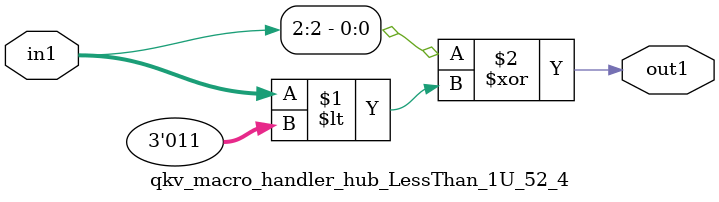
<source format=v>

`timescale 1ps / 1ps


module qkv_macro_handler_hub_LessThan_1U_52_4( in1, out1 );

    input [2:0] in1;
    output out1;

    
    // rtl_process:streamer_handler_LessThan_1U_9_4/streamer_handler_LessThan_1U_9_4_thread_1
    assign out1 = (in1[2] ^ in1 < 3'd3);

endmodule





</source>
